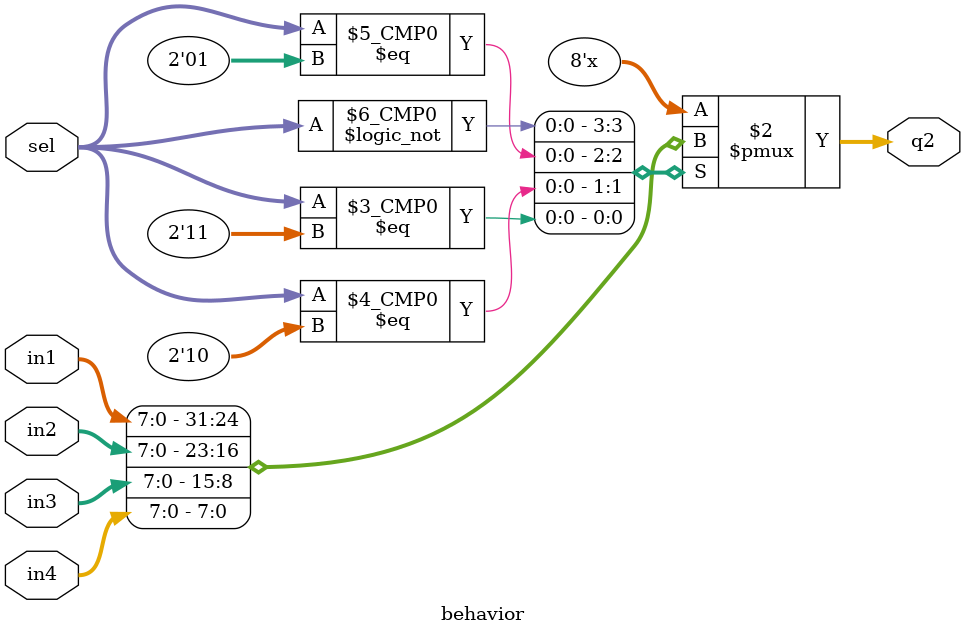
<source format=v>
module behavior ( 
    input [7:0] in1, 
    input [7:0] in2, 
    input [7:0] in3, 
    input [7:0] in4, 
    input [1:0] sel, 
    output reg [7:0] q2 
);

	always @(*)	begin
		case(sel)
			2'h0: q2 = in1;
			2'h1: q2 = in2;
			2'h2: q2 = in3;
			2'h3: q2 = in4;
		endcase
    end
endmodule
</source>
